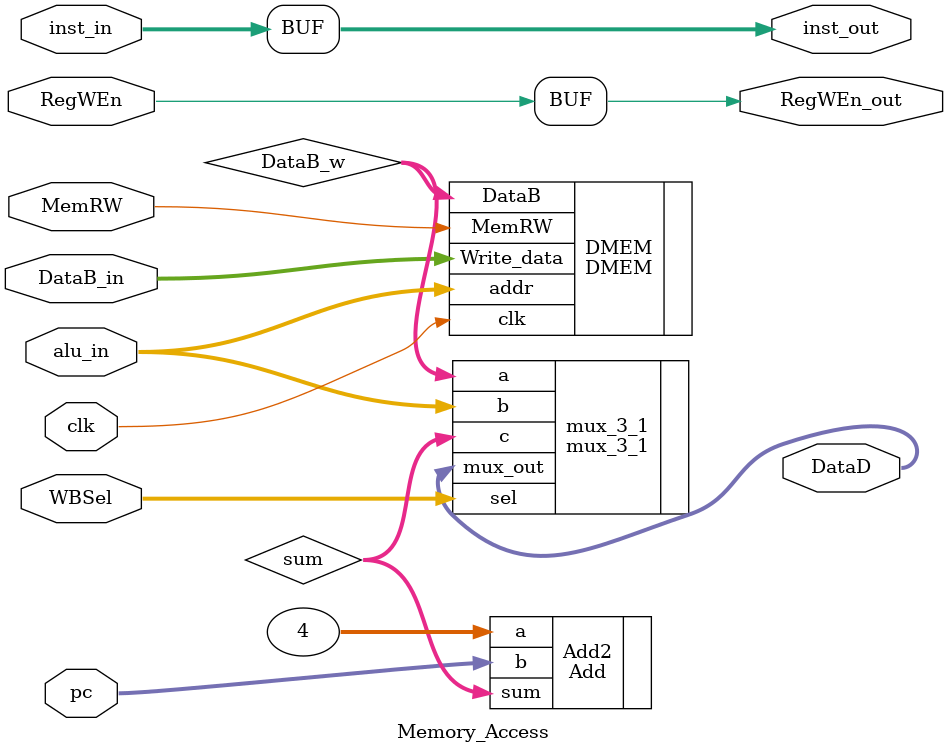
<source format=v>
module Memory_Access(
    input clk, MemRW, RegWEn,
    input [1:0] WBSel,
    input [31:0] pc, alu_in, DataB_in, inst_in,
    output [31:0] DataD, inst_out,
    output RegWEn_out
);
    wire [31:0] sum, DataB_w;

    DMEM DMEM(
        .clk(clk),
        .MemRW(MemRW),
        .addr(alu_in),
        .Write_data(DataB_in),
        .DataB(DataB_w)
    );

    Add Add2(
        .a(32'b100),
        .b(pc),
        .sum(sum)
    );

    mux_3_1 mux_3_1(
        .sel(WBSel),
        .a(DataB_w),
        .b(alu_in),
        .c(sum),
        .mux_out(DataD)
    );

    LoadEx LoadEx(
        .data_in(),
        .MemSize(),
        .data_out()
    );

    assign inst_out = inst_in;
    assign RegWEn_out = RegWEn;

endmodule
</source>
